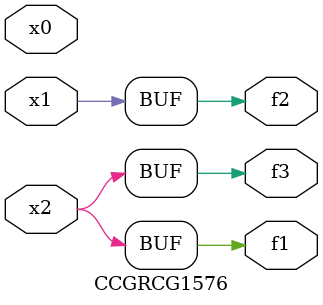
<source format=v>
module CCGRCG1576(
	input x0, x1, x2,
	output f1, f2, f3
);
	assign f1 = x2;
	assign f2 = x1;
	assign f3 = x2;
endmodule

</source>
